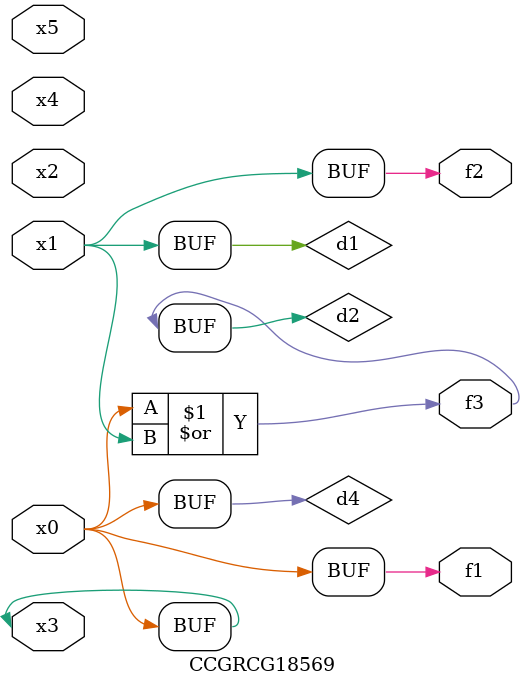
<source format=v>
module CCGRCG18569(
	input x0, x1, x2, x3, x4, x5,
	output f1, f2, f3
);

	wire d1, d2, d3, d4;

	and (d1, x1);
	or (d2, x0, x1);
	nand (d3, x0, x5);
	buf (d4, x0, x3);
	assign f1 = d4;
	assign f2 = d1;
	assign f3 = d2;
endmodule

</source>
